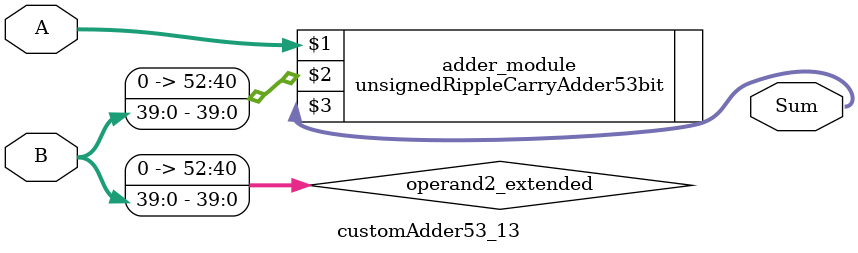
<source format=v>
module customAdder53_13(
                        input [52 : 0] A,
                        input [39 : 0] B,
                        
                        output [53 : 0] Sum
                );

        wire [52 : 0] operand2_extended;
        
        assign operand2_extended =  {13'b0, B};
        
        unsignedRippleCarryAdder53bit adder_module(
            A,
            operand2_extended,
            Sum
        );
        
        endmodule
        
</source>
